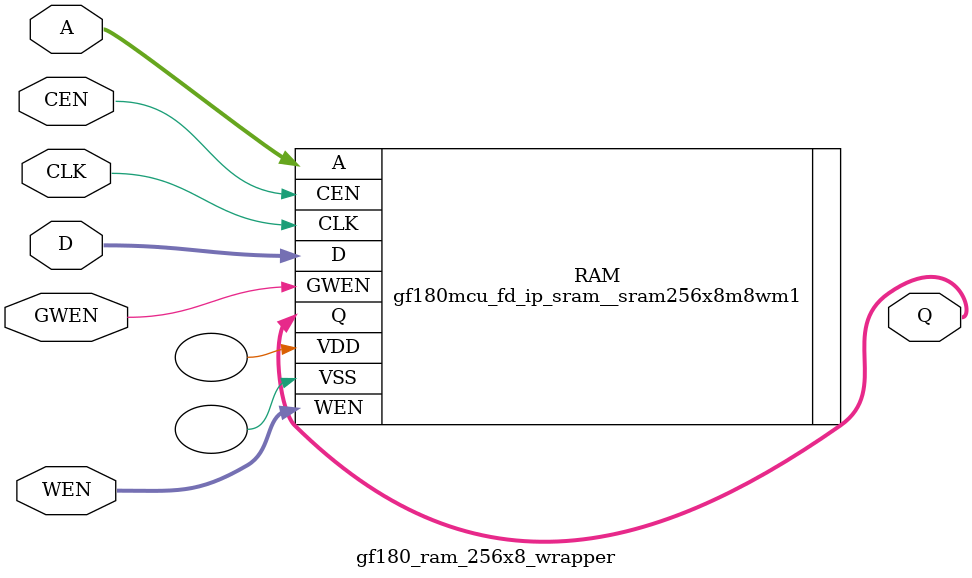
<source format=v>
module gf180_ram_256x8_wrapper (
	CLK,
	CEN,
	GWEN,
	WEN,
	A,
	D,
	Q
);

input           CLK;
input           CEN;    //Chip Enable
input           GWEN;   //Global Write Enable
input   [7:0]  	WEN;    //Write Enable
input   [7:0]   A;
input   [7:0]  	D;
output	[7:0]	Q;

gf180mcu_fd_ip_sram__sram256x8m8wm1 RAM (
    .CLK(CLK), 
    .CEN(CEN), 
    .GWEN(GWEN), 
    .WEN(WEN), 
    .A(A), 
    .D(D), 
    .Q(Q), 
    .VDD(), 
    .VSS());

endmodule
</source>
